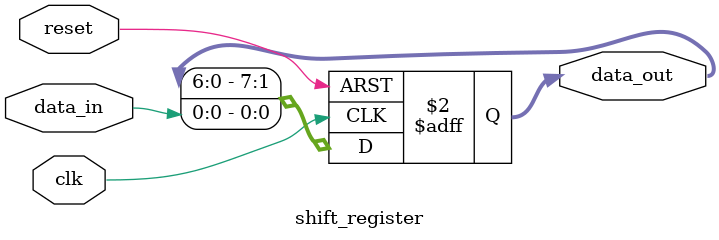
<source format=v>
module shift_register (
    input clk,
    input reset,
    input data_in,
    output reg [7:0] data_out
);
    always @(posedge clk or posedge reset) begin
        if (reset) begin
            data_out <= 8'b0;
        end else begin
            data_out <= {data_out[6:0], data_in};
        end
    end
endmodule
</source>
